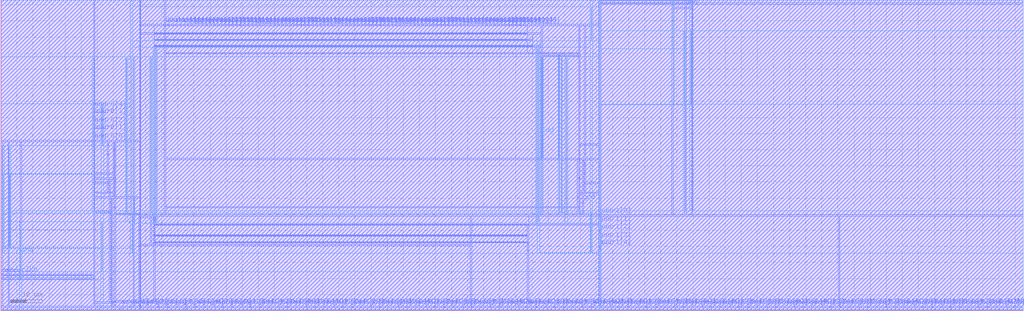
<source format=lef>
VERSION 5.4 ;
NAMESCASESENSITIVE ON ;
BUSBITCHARS "[]" ;
DIVIDERCHAR "/" ;
UNITS
  DATABASE MICRONS 2000 ;
END UNITS
MACRO freepdk45_sram_1w1r_32x96_32
   CLASS BLOCK ;
   SIZE 317.615 BY 96.585 ;
   SYMMETRY X Y R90 ;
   PIN din0[0]
      DIRECTION INPUT ;
      PORT
         LAYER metal3 ;
         RECT  43.27 1.105 43.405 1.24 ;
      END
   END din0[0]
   PIN din0[1]
      DIRECTION INPUT ;
      PORT
         LAYER metal3 ;
         RECT  46.13 1.105 46.265 1.24 ;
      END
   END din0[1]
   PIN din0[2]
      DIRECTION INPUT ;
      PORT
         LAYER metal3 ;
         RECT  48.99 1.105 49.125 1.24 ;
      END
   END din0[2]
   PIN din0[3]
      DIRECTION INPUT ;
      PORT
         LAYER metal3 ;
         RECT  51.85 1.105 51.985 1.24 ;
      END
   END din0[3]
   PIN din0[4]
      DIRECTION INPUT ;
      PORT
         LAYER metal3 ;
         RECT  54.71 1.105 54.845 1.24 ;
      END
   END din0[4]
   PIN din0[5]
      DIRECTION INPUT ;
      PORT
         LAYER metal3 ;
         RECT  57.57 1.105 57.705 1.24 ;
      END
   END din0[5]
   PIN din0[6]
      DIRECTION INPUT ;
      PORT
         LAYER metal3 ;
         RECT  60.43 1.105 60.565 1.24 ;
      END
   END din0[6]
   PIN din0[7]
      DIRECTION INPUT ;
      PORT
         LAYER metal3 ;
         RECT  63.29 1.105 63.425 1.24 ;
      END
   END din0[7]
   PIN din0[8]
      DIRECTION INPUT ;
      PORT
         LAYER metal3 ;
         RECT  66.15 1.105 66.285 1.24 ;
      END
   END din0[8]
   PIN din0[9]
      DIRECTION INPUT ;
      PORT
         LAYER metal3 ;
         RECT  69.01 1.105 69.145 1.24 ;
      END
   END din0[9]
   PIN din0[10]
      DIRECTION INPUT ;
      PORT
         LAYER metal3 ;
         RECT  71.87 1.105 72.005 1.24 ;
      END
   END din0[10]
   PIN din0[11]
      DIRECTION INPUT ;
      PORT
         LAYER metal3 ;
         RECT  74.73 1.105 74.865 1.24 ;
      END
   END din0[11]
   PIN din0[12]
      DIRECTION INPUT ;
      PORT
         LAYER metal3 ;
         RECT  77.59 1.105 77.725 1.24 ;
      END
   END din0[12]
   PIN din0[13]
      DIRECTION INPUT ;
      PORT
         LAYER metal3 ;
         RECT  80.45 1.105 80.585 1.24 ;
      END
   END din0[13]
   PIN din0[14]
      DIRECTION INPUT ;
      PORT
         LAYER metal3 ;
         RECT  83.31 1.105 83.445 1.24 ;
      END
   END din0[14]
   PIN din0[15]
      DIRECTION INPUT ;
      PORT
         LAYER metal3 ;
         RECT  86.17 1.105 86.305 1.24 ;
      END
   END din0[15]
   PIN din0[16]
      DIRECTION INPUT ;
      PORT
         LAYER metal3 ;
         RECT  89.03 1.105 89.165 1.24 ;
      END
   END din0[16]
   PIN din0[17]
      DIRECTION INPUT ;
      PORT
         LAYER metal3 ;
         RECT  91.89 1.105 92.025 1.24 ;
      END
   END din0[17]
   PIN din0[18]
      DIRECTION INPUT ;
      PORT
         LAYER metal3 ;
         RECT  94.75 1.105 94.885 1.24 ;
      END
   END din0[18]
   PIN din0[19]
      DIRECTION INPUT ;
      PORT
         LAYER metal3 ;
         RECT  97.61 1.105 97.745 1.24 ;
      END
   END din0[19]
   PIN din0[20]
      DIRECTION INPUT ;
      PORT
         LAYER metal3 ;
         RECT  100.47 1.105 100.605 1.24 ;
      END
   END din0[20]
   PIN din0[21]
      DIRECTION INPUT ;
      PORT
         LAYER metal3 ;
         RECT  103.33 1.105 103.465 1.24 ;
      END
   END din0[21]
   PIN din0[22]
      DIRECTION INPUT ;
      PORT
         LAYER metal3 ;
         RECT  106.19 1.105 106.325 1.24 ;
      END
   END din0[22]
   PIN din0[23]
      DIRECTION INPUT ;
      PORT
         LAYER metal3 ;
         RECT  109.05 1.105 109.185 1.24 ;
      END
   END din0[23]
   PIN din0[24]
      DIRECTION INPUT ;
      PORT
         LAYER metal3 ;
         RECT  111.91 1.105 112.045 1.24 ;
      END
   END din0[24]
   PIN din0[25]
      DIRECTION INPUT ;
      PORT
         LAYER metal3 ;
         RECT  114.77 1.105 114.905 1.24 ;
      END
   END din0[25]
   PIN din0[26]
      DIRECTION INPUT ;
      PORT
         LAYER metal3 ;
         RECT  117.63 1.105 117.765 1.24 ;
      END
   END din0[26]
   PIN din0[27]
      DIRECTION INPUT ;
      PORT
         LAYER metal3 ;
         RECT  120.49 1.105 120.625 1.24 ;
      END
   END din0[27]
   PIN din0[28]
      DIRECTION INPUT ;
      PORT
         LAYER metal3 ;
         RECT  123.35 1.105 123.485 1.24 ;
      END
   END din0[28]
   PIN din0[29]
      DIRECTION INPUT ;
      PORT
         LAYER metal3 ;
         RECT  126.21 1.105 126.345 1.24 ;
      END
   END din0[29]
   PIN din0[30]
      DIRECTION INPUT ;
      PORT
         LAYER metal3 ;
         RECT  129.07 1.105 129.205 1.24 ;
      END
   END din0[30]
   PIN din0[31]
      DIRECTION INPUT ;
      PORT
         LAYER metal3 ;
         RECT  131.93 1.105 132.065 1.24 ;
      END
   END din0[31]
   PIN din0[32]
      DIRECTION INPUT ;
      PORT
         LAYER metal3 ;
         RECT  134.79 1.105 134.925 1.24 ;
      END
   END din0[32]
   PIN din0[33]
      DIRECTION INPUT ;
      PORT
         LAYER metal3 ;
         RECT  137.65 1.105 137.785 1.24 ;
      END
   END din0[33]
   PIN din0[34]
      DIRECTION INPUT ;
      PORT
         LAYER metal3 ;
         RECT  140.51 1.105 140.645 1.24 ;
      END
   END din0[34]
   PIN din0[35]
      DIRECTION INPUT ;
      PORT
         LAYER metal3 ;
         RECT  143.37 1.105 143.505 1.24 ;
      END
   END din0[35]
   PIN din0[36]
      DIRECTION INPUT ;
      PORT
         LAYER metal3 ;
         RECT  146.23 1.105 146.365 1.24 ;
      END
   END din0[36]
   PIN din0[37]
      DIRECTION INPUT ;
      PORT
         LAYER metal3 ;
         RECT  149.09 1.105 149.225 1.24 ;
      END
   END din0[37]
   PIN din0[38]
      DIRECTION INPUT ;
      PORT
         LAYER metal3 ;
         RECT  151.95 1.105 152.085 1.24 ;
      END
   END din0[38]
   PIN din0[39]
      DIRECTION INPUT ;
      PORT
         LAYER metal3 ;
         RECT  154.81 1.105 154.945 1.24 ;
      END
   END din0[39]
   PIN din0[40]
      DIRECTION INPUT ;
      PORT
         LAYER metal3 ;
         RECT  157.67 1.105 157.805 1.24 ;
      END
   END din0[40]
   PIN din0[41]
      DIRECTION INPUT ;
      PORT
         LAYER metal3 ;
         RECT  160.53 1.105 160.665 1.24 ;
      END
   END din0[41]
   PIN din0[42]
      DIRECTION INPUT ;
      PORT
         LAYER metal3 ;
         RECT  163.39 1.105 163.525 1.24 ;
      END
   END din0[42]
   PIN din0[43]
      DIRECTION INPUT ;
      PORT
         LAYER metal3 ;
         RECT  166.25 1.105 166.385 1.24 ;
      END
   END din0[43]
   PIN din0[44]
      DIRECTION INPUT ;
      PORT
         LAYER metal3 ;
         RECT  169.11 1.105 169.245 1.24 ;
      END
   END din0[44]
   PIN din0[45]
      DIRECTION INPUT ;
      PORT
         LAYER metal3 ;
         RECT  171.97 1.105 172.105 1.24 ;
      END
   END din0[45]
   PIN din0[46]
      DIRECTION INPUT ;
      PORT
         LAYER metal3 ;
         RECT  174.83 1.105 174.965 1.24 ;
      END
   END din0[46]
   PIN din0[47]
      DIRECTION INPUT ;
      PORT
         LAYER metal3 ;
         RECT  177.69 1.105 177.825 1.24 ;
      END
   END din0[47]
   PIN din0[48]
      DIRECTION INPUT ;
      PORT
         LAYER metal3 ;
         RECT  180.55 1.105 180.685 1.24 ;
      END
   END din0[48]
   PIN din0[49]
      DIRECTION INPUT ;
      PORT
         LAYER metal3 ;
         RECT  183.41 1.105 183.545 1.24 ;
      END
   END din0[49]
   PIN din0[50]
      DIRECTION INPUT ;
      PORT
         LAYER metal3 ;
         RECT  186.27 1.105 186.405 1.24 ;
      END
   END din0[50]
   PIN din0[51]
      DIRECTION INPUT ;
      PORT
         LAYER metal3 ;
         RECT  189.13 1.105 189.265 1.24 ;
      END
   END din0[51]
   PIN din0[52]
      DIRECTION INPUT ;
      PORT
         LAYER metal3 ;
         RECT  191.99 1.105 192.125 1.24 ;
      END
   END din0[52]
   PIN din0[53]
      DIRECTION INPUT ;
      PORT
         LAYER metal3 ;
         RECT  194.85 1.105 194.985 1.24 ;
      END
   END din0[53]
   PIN din0[54]
      DIRECTION INPUT ;
      PORT
         LAYER metal3 ;
         RECT  197.71 1.105 197.845 1.24 ;
      END
   END din0[54]
   PIN din0[55]
      DIRECTION INPUT ;
      PORT
         LAYER metal3 ;
         RECT  200.57 1.105 200.705 1.24 ;
      END
   END din0[55]
   PIN din0[56]
      DIRECTION INPUT ;
      PORT
         LAYER metal3 ;
         RECT  203.43 1.105 203.565 1.24 ;
      END
   END din0[56]
   PIN din0[57]
      DIRECTION INPUT ;
      PORT
         LAYER metal3 ;
         RECT  206.29 1.105 206.425 1.24 ;
      END
   END din0[57]
   PIN din0[58]
      DIRECTION INPUT ;
      PORT
         LAYER metal3 ;
         RECT  209.15 1.105 209.285 1.24 ;
      END
   END din0[58]
   PIN din0[59]
      DIRECTION INPUT ;
      PORT
         LAYER metal3 ;
         RECT  212.01 1.105 212.145 1.24 ;
      END
   END din0[59]
   PIN din0[60]
      DIRECTION INPUT ;
      PORT
         LAYER metal3 ;
         RECT  214.87 1.105 215.005 1.24 ;
      END
   END din0[60]
   PIN din0[61]
      DIRECTION INPUT ;
      PORT
         LAYER metal3 ;
         RECT  217.73 1.105 217.865 1.24 ;
      END
   END din0[61]
   PIN din0[62]
      DIRECTION INPUT ;
      PORT
         LAYER metal3 ;
         RECT  220.59 1.105 220.725 1.24 ;
      END
   END din0[62]
   PIN din0[63]
      DIRECTION INPUT ;
      PORT
         LAYER metal3 ;
         RECT  223.45 1.105 223.585 1.24 ;
      END
   END din0[63]
   PIN din0[64]
      DIRECTION INPUT ;
      PORT
         LAYER metal3 ;
         RECT  226.31 1.105 226.445 1.24 ;
      END
   END din0[64]
   PIN din0[65]
      DIRECTION INPUT ;
      PORT
         LAYER metal3 ;
         RECT  229.17 1.105 229.305 1.24 ;
      END
   END din0[65]
   PIN din0[66]
      DIRECTION INPUT ;
      PORT
         LAYER metal3 ;
         RECT  232.03 1.105 232.165 1.24 ;
      END
   END din0[66]
   PIN din0[67]
      DIRECTION INPUT ;
      PORT
         LAYER metal3 ;
         RECT  234.89 1.105 235.025 1.24 ;
      END
   END din0[67]
   PIN din0[68]
      DIRECTION INPUT ;
      PORT
         LAYER metal3 ;
         RECT  237.75 1.105 237.885 1.24 ;
      END
   END din0[68]
   PIN din0[69]
      DIRECTION INPUT ;
      PORT
         LAYER metal3 ;
         RECT  240.61 1.105 240.745 1.24 ;
      END
   END din0[69]
   PIN din0[70]
      DIRECTION INPUT ;
      PORT
         LAYER metal3 ;
         RECT  243.47 1.105 243.605 1.24 ;
      END
   END din0[70]
   PIN din0[71]
      DIRECTION INPUT ;
      PORT
         LAYER metal3 ;
         RECT  246.33 1.105 246.465 1.24 ;
      END
   END din0[71]
   PIN din0[72]
      DIRECTION INPUT ;
      PORT
         LAYER metal3 ;
         RECT  249.19 1.105 249.325 1.24 ;
      END
   END din0[72]
   PIN din0[73]
      DIRECTION INPUT ;
      PORT
         LAYER metal3 ;
         RECT  252.05 1.105 252.185 1.24 ;
      END
   END din0[73]
   PIN din0[74]
      DIRECTION INPUT ;
      PORT
         LAYER metal3 ;
         RECT  254.91 1.105 255.045 1.24 ;
      END
   END din0[74]
   PIN din0[75]
      DIRECTION INPUT ;
      PORT
         LAYER metal3 ;
         RECT  257.77 1.105 257.905 1.24 ;
      END
   END din0[75]
   PIN din0[76]
      DIRECTION INPUT ;
      PORT
         LAYER metal3 ;
         RECT  260.63 1.105 260.765 1.24 ;
      END
   END din0[76]
   PIN din0[77]
      DIRECTION INPUT ;
      PORT
         LAYER metal3 ;
         RECT  263.49 1.105 263.625 1.24 ;
      END
   END din0[77]
   PIN din0[78]
      DIRECTION INPUT ;
      PORT
         LAYER metal3 ;
         RECT  266.35 1.105 266.485 1.24 ;
      END
   END din0[78]
   PIN din0[79]
      DIRECTION INPUT ;
      PORT
         LAYER metal3 ;
         RECT  269.21 1.105 269.345 1.24 ;
      END
   END din0[79]
   PIN din0[80]
      DIRECTION INPUT ;
      PORT
         LAYER metal3 ;
         RECT  272.07 1.105 272.205 1.24 ;
      END
   END din0[80]
   PIN din0[81]
      DIRECTION INPUT ;
      PORT
         LAYER metal3 ;
         RECT  274.93 1.105 275.065 1.24 ;
      END
   END din0[81]
   PIN din0[82]
      DIRECTION INPUT ;
      PORT
         LAYER metal3 ;
         RECT  277.79 1.105 277.925 1.24 ;
      END
   END din0[82]
   PIN din0[83]
      DIRECTION INPUT ;
      PORT
         LAYER metal3 ;
         RECT  280.65 1.105 280.785 1.24 ;
      END
   END din0[83]
   PIN din0[84]
      DIRECTION INPUT ;
      PORT
         LAYER metal3 ;
         RECT  283.51 1.105 283.645 1.24 ;
      END
   END din0[84]
   PIN din0[85]
      DIRECTION INPUT ;
      PORT
         LAYER metal3 ;
         RECT  286.37 1.105 286.505 1.24 ;
      END
   END din0[85]
   PIN din0[86]
      DIRECTION INPUT ;
      PORT
         LAYER metal3 ;
         RECT  289.23 1.105 289.365 1.24 ;
      END
   END din0[86]
   PIN din0[87]
      DIRECTION INPUT ;
      PORT
         LAYER metal3 ;
         RECT  292.09 1.105 292.225 1.24 ;
      END
   END din0[87]
   PIN din0[88]
      DIRECTION INPUT ;
      PORT
         LAYER metal3 ;
         RECT  294.95 1.105 295.085 1.24 ;
      END
   END din0[88]
   PIN din0[89]
      DIRECTION INPUT ;
      PORT
         LAYER metal3 ;
         RECT  297.81 1.105 297.945 1.24 ;
      END
   END din0[89]
   PIN din0[90]
      DIRECTION INPUT ;
      PORT
         LAYER metal3 ;
         RECT  300.67 1.105 300.805 1.24 ;
      END
   END din0[90]
   PIN din0[91]
      DIRECTION INPUT ;
      PORT
         LAYER metal3 ;
         RECT  303.53 1.105 303.665 1.24 ;
      END
   END din0[91]
   PIN din0[92]
      DIRECTION INPUT ;
      PORT
         LAYER metal3 ;
         RECT  306.39 1.105 306.525 1.24 ;
      END
   END din0[92]
   PIN din0[93]
      DIRECTION INPUT ;
      PORT
         LAYER metal3 ;
         RECT  309.25 1.105 309.385 1.24 ;
      END
   END din0[93]
   PIN din0[94]
      DIRECTION INPUT ;
      PORT
         LAYER metal3 ;
         RECT  312.11 1.105 312.245 1.24 ;
      END
   END din0[94]
   PIN din0[95]
      DIRECTION INPUT ;
      PORT
         LAYER metal3 ;
         RECT  314.97 1.105 315.105 1.24 ;
      END
   END din0[95]
   PIN addr0[0]
      DIRECTION INPUT ;
      PORT
         LAYER metal3 ;
         RECT  28.97 52.6225 29.105 52.7575 ;
      END
   END addr0[0]
   PIN addr0[1]
      DIRECTION INPUT ;
      PORT
         LAYER metal3 ;
         RECT  28.97 55.3525 29.105 55.4875 ;
      END
   END addr0[1]
   PIN addr0[2]
      DIRECTION INPUT ;
      PORT
         LAYER metal3 ;
         RECT  28.97 57.5625 29.105 57.6975 ;
      END
   END addr0[2]
   PIN addr0[3]
      DIRECTION INPUT ;
      PORT
         LAYER metal3 ;
         RECT  28.97 60.2925 29.105 60.4275 ;
      END
   END addr0[3]
   PIN addr0[4]
      DIRECTION INPUT ;
      PORT
         LAYER metal3 ;
         RECT  28.97 62.5025 29.105 62.6375 ;
      END
   END addr0[4]
   PIN addr1[0]
      DIRECTION INPUT ;
      PORT
         LAYER metal3 ;
         RECT  185.86 29.4825 185.995 29.6175 ;
      END
   END addr1[0]
   PIN addr1[1]
      DIRECTION INPUT ;
      PORT
         LAYER metal3 ;
         RECT  185.86 26.7525 185.995 26.8875 ;
      END
   END addr1[1]
   PIN addr1[2]
      DIRECTION INPUT ;
      PORT
         LAYER metal3 ;
         RECT  185.86 24.5425 185.995 24.6775 ;
      END
   END addr1[2]
   PIN addr1[3]
      DIRECTION INPUT ;
      PORT
         LAYER metal3 ;
         RECT  185.86 21.8125 185.995 21.9475 ;
      END
   END addr1[3]
   PIN addr1[4]
      DIRECTION INPUT ;
      PORT
         LAYER metal3 ;
         RECT  185.86 19.6025 185.995 19.7375 ;
      END
   END addr1[4]
   PIN csb0
      DIRECTION INPUT ;
      PORT
         LAYER metal3 ;
         RECT  0.285 11.0225 0.42 11.1575 ;
      END
   END csb0
   PIN csb1
      DIRECTION INPUT ;
      PORT
         LAYER metal3 ;
         RECT  214.685 95.3425 214.82 95.4775 ;
      END
   END csb1
   PIN clk0
      DIRECTION INPUT ;
      PORT
         LAYER metal3 ;
         RECT  6.2475 11.1075 6.3825 11.2425 ;
      END
   END clk0
   PIN clk1
      DIRECTION INPUT ;
      PORT
         LAYER metal3 ;
         RECT  208.5825 95.2575 208.7175 95.3925 ;
      END
   END clk1
   PIN wmask0[0]
      DIRECTION INPUT ;
      PORT
         LAYER metal3 ;
         RECT  34.69 1.105 34.825 1.24 ;
      END
   END wmask0[0]
   PIN wmask0[1]
      DIRECTION INPUT ;
      PORT
         LAYER metal3 ;
         RECT  37.55 1.105 37.685 1.24 ;
      END
   END wmask0[1]
   PIN wmask0[2]
      DIRECTION INPUT ;
      PORT
         LAYER metal3 ;
         RECT  40.41 1.105 40.545 1.24 ;
      END
   END wmask0[2]
   PIN dout1[0]
      DIRECTION OUTPUT ;
      PORT
         LAYER metal3 ;
         RECT  50.9525 88.6325 51.0875 88.7675 ;
      END
   END dout1[0]
   PIN dout1[1]
      DIRECTION OUTPUT ;
      PORT
         LAYER metal3 ;
         RECT  52.1275 88.6325 52.2625 88.7675 ;
      END
   END dout1[1]
   PIN dout1[2]
      DIRECTION OUTPUT ;
      PORT
         LAYER metal3 ;
         RECT  53.3025 88.6325 53.4375 88.7675 ;
      END
   END dout1[2]
   PIN dout1[3]
      DIRECTION OUTPUT ;
      PORT
         LAYER metal3 ;
         RECT  54.4775 88.6325 54.6125 88.7675 ;
      END
   END dout1[3]
   PIN dout1[4]
      DIRECTION OUTPUT ;
      PORT
         LAYER metal3 ;
         RECT  55.6525 88.6325 55.7875 88.7675 ;
      END
   END dout1[4]
   PIN dout1[5]
      DIRECTION OUTPUT ;
      PORT
         LAYER metal3 ;
         RECT  56.8275 88.6325 56.9625 88.7675 ;
      END
   END dout1[5]
   PIN dout1[6]
      DIRECTION OUTPUT ;
      PORT
         LAYER metal3 ;
         RECT  58.0025 88.6325 58.1375 88.7675 ;
      END
   END dout1[6]
   PIN dout1[7]
      DIRECTION OUTPUT ;
      PORT
         LAYER metal3 ;
         RECT  59.1775 88.6325 59.3125 88.7675 ;
      END
   END dout1[7]
   PIN dout1[8]
      DIRECTION OUTPUT ;
      PORT
         LAYER metal3 ;
         RECT  60.3525 88.6325 60.4875 88.7675 ;
      END
   END dout1[8]
   PIN dout1[9]
      DIRECTION OUTPUT ;
      PORT
         LAYER metal3 ;
         RECT  61.5275 88.6325 61.6625 88.7675 ;
      END
   END dout1[9]
   PIN dout1[10]
      DIRECTION OUTPUT ;
      PORT
         LAYER metal3 ;
         RECT  62.7025 88.6325 62.8375 88.7675 ;
      END
   END dout1[10]
   PIN dout1[11]
      DIRECTION OUTPUT ;
      PORT
         LAYER metal3 ;
         RECT  63.8775 88.6325 64.0125 88.7675 ;
      END
   END dout1[11]
   PIN dout1[12]
      DIRECTION OUTPUT ;
      PORT
         LAYER metal3 ;
         RECT  65.0525 88.6325 65.1875 88.7675 ;
      END
   END dout1[12]
   PIN dout1[13]
      DIRECTION OUTPUT ;
      PORT
         LAYER metal3 ;
         RECT  66.2275 88.6325 66.3625 88.7675 ;
      END
   END dout1[13]
   PIN dout1[14]
      DIRECTION OUTPUT ;
      PORT
         LAYER metal3 ;
         RECT  67.4025 88.6325 67.5375 88.7675 ;
      END
   END dout1[14]
   PIN dout1[15]
      DIRECTION OUTPUT ;
      PORT
         LAYER metal3 ;
         RECT  68.5775 88.6325 68.7125 88.7675 ;
      END
   END dout1[15]
   PIN dout1[16]
      DIRECTION OUTPUT ;
      PORT
         LAYER metal3 ;
         RECT  69.7525 88.6325 69.8875 88.7675 ;
      END
   END dout1[16]
   PIN dout1[17]
      DIRECTION OUTPUT ;
      PORT
         LAYER metal3 ;
         RECT  70.9275 88.6325 71.0625 88.7675 ;
      END
   END dout1[17]
   PIN dout1[18]
      DIRECTION OUTPUT ;
      PORT
         LAYER metal3 ;
         RECT  72.1025 88.6325 72.2375 88.7675 ;
      END
   END dout1[18]
   PIN dout1[19]
      DIRECTION OUTPUT ;
      PORT
         LAYER metal3 ;
         RECT  73.2775 88.6325 73.4125 88.7675 ;
      END
   END dout1[19]
   PIN dout1[20]
      DIRECTION OUTPUT ;
      PORT
         LAYER metal3 ;
         RECT  74.4525 88.6325 74.5875 88.7675 ;
      END
   END dout1[20]
   PIN dout1[21]
      DIRECTION OUTPUT ;
      PORT
         LAYER metal3 ;
         RECT  75.6275 88.6325 75.7625 88.7675 ;
      END
   END dout1[21]
   PIN dout1[22]
      DIRECTION OUTPUT ;
      PORT
         LAYER metal3 ;
         RECT  76.8025 88.6325 76.9375 88.7675 ;
      END
   END dout1[22]
   PIN dout1[23]
      DIRECTION OUTPUT ;
      PORT
         LAYER metal3 ;
         RECT  77.9775 88.6325 78.1125 88.7675 ;
      END
   END dout1[23]
   PIN dout1[24]
      DIRECTION OUTPUT ;
      PORT
         LAYER metal3 ;
         RECT  79.1525 88.6325 79.2875 88.7675 ;
      END
   END dout1[24]
   PIN dout1[25]
      DIRECTION OUTPUT ;
      PORT
         LAYER metal3 ;
         RECT  80.3275 88.6325 80.4625 88.7675 ;
      END
   END dout1[25]
   PIN dout1[26]
      DIRECTION OUTPUT ;
      PORT
         LAYER metal3 ;
         RECT  81.5025 88.6325 81.6375 88.7675 ;
      END
   END dout1[26]
   PIN dout1[27]
      DIRECTION OUTPUT ;
      PORT
         LAYER metal3 ;
         RECT  82.6775 88.6325 82.8125 88.7675 ;
      END
   END dout1[27]
   PIN dout1[28]
      DIRECTION OUTPUT ;
      PORT
         LAYER metal3 ;
         RECT  83.8525 88.6325 83.9875 88.7675 ;
      END
   END dout1[28]
   PIN dout1[29]
      DIRECTION OUTPUT ;
      PORT
         LAYER metal3 ;
         RECT  85.0275 88.6325 85.1625 88.7675 ;
      END
   END dout1[29]
   PIN dout1[30]
      DIRECTION OUTPUT ;
      PORT
         LAYER metal3 ;
         RECT  86.2025 88.6325 86.3375 88.7675 ;
      END
   END dout1[30]
   PIN dout1[31]
      DIRECTION OUTPUT ;
      PORT
         LAYER metal3 ;
         RECT  87.3775 88.6325 87.5125 88.7675 ;
      END
   END dout1[31]
   PIN dout1[32]
      DIRECTION OUTPUT ;
      PORT
         LAYER metal3 ;
         RECT  88.5525 88.6325 88.6875 88.7675 ;
      END
   END dout1[32]
   PIN dout1[33]
      DIRECTION OUTPUT ;
      PORT
         LAYER metal3 ;
         RECT  89.7275 88.6325 89.8625 88.7675 ;
      END
   END dout1[33]
   PIN dout1[34]
      DIRECTION OUTPUT ;
      PORT
         LAYER metal3 ;
         RECT  90.9025 88.6325 91.0375 88.7675 ;
      END
   END dout1[34]
   PIN dout1[35]
      DIRECTION OUTPUT ;
      PORT
         LAYER metal3 ;
         RECT  92.0775 88.6325 92.2125 88.7675 ;
      END
   END dout1[35]
   PIN dout1[36]
      DIRECTION OUTPUT ;
      PORT
         LAYER metal3 ;
         RECT  93.2525 88.6325 93.3875 88.7675 ;
      END
   END dout1[36]
   PIN dout1[37]
      DIRECTION OUTPUT ;
      PORT
         LAYER metal3 ;
         RECT  94.4275 88.6325 94.5625 88.7675 ;
      END
   END dout1[37]
   PIN dout1[38]
      DIRECTION OUTPUT ;
      PORT
         LAYER metal3 ;
         RECT  95.6025 88.6325 95.7375 88.7675 ;
      END
   END dout1[38]
   PIN dout1[39]
      DIRECTION OUTPUT ;
      PORT
         LAYER metal3 ;
         RECT  96.7775 88.6325 96.9125 88.7675 ;
      END
   END dout1[39]
   PIN dout1[40]
      DIRECTION OUTPUT ;
      PORT
         LAYER metal3 ;
         RECT  97.9525 88.6325 98.0875 88.7675 ;
      END
   END dout1[40]
   PIN dout1[41]
      DIRECTION OUTPUT ;
      PORT
         LAYER metal3 ;
         RECT  99.1275 88.6325 99.2625 88.7675 ;
      END
   END dout1[41]
   PIN dout1[42]
      DIRECTION OUTPUT ;
      PORT
         LAYER metal3 ;
         RECT  100.3025 88.6325 100.4375 88.7675 ;
      END
   END dout1[42]
   PIN dout1[43]
      DIRECTION OUTPUT ;
      PORT
         LAYER metal3 ;
         RECT  101.4775 88.6325 101.6125 88.7675 ;
      END
   END dout1[43]
   PIN dout1[44]
      DIRECTION OUTPUT ;
      PORT
         LAYER metal3 ;
         RECT  102.6525 88.6325 102.7875 88.7675 ;
      END
   END dout1[44]
   PIN dout1[45]
      DIRECTION OUTPUT ;
      PORT
         LAYER metal3 ;
         RECT  103.8275 88.6325 103.9625 88.7675 ;
      END
   END dout1[45]
   PIN dout1[46]
      DIRECTION OUTPUT ;
      PORT
         LAYER metal3 ;
         RECT  105.0025 88.6325 105.1375 88.7675 ;
      END
   END dout1[46]
   PIN dout1[47]
      DIRECTION OUTPUT ;
      PORT
         LAYER metal3 ;
         RECT  106.1775 88.6325 106.3125 88.7675 ;
      END
   END dout1[47]
   PIN dout1[48]
      DIRECTION OUTPUT ;
      PORT
         LAYER metal3 ;
         RECT  107.3525 88.6325 107.4875 88.7675 ;
      END
   END dout1[48]
   PIN dout1[49]
      DIRECTION OUTPUT ;
      PORT
         LAYER metal3 ;
         RECT  108.5275 88.6325 108.6625 88.7675 ;
      END
   END dout1[49]
   PIN dout1[50]
      DIRECTION OUTPUT ;
      PORT
         LAYER metal3 ;
         RECT  109.7025 88.6325 109.8375 88.7675 ;
      END
   END dout1[50]
   PIN dout1[51]
      DIRECTION OUTPUT ;
      PORT
         LAYER metal3 ;
         RECT  110.8775 88.6325 111.0125 88.7675 ;
      END
   END dout1[51]
   PIN dout1[52]
      DIRECTION OUTPUT ;
      PORT
         LAYER metal3 ;
         RECT  112.0525 88.6325 112.1875 88.7675 ;
      END
   END dout1[52]
   PIN dout1[53]
      DIRECTION OUTPUT ;
      PORT
         LAYER metal3 ;
         RECT  113.2275 88.6325 113.3625 88.7675 ;
      END
   END dout1[53]
   PIN dout1[54]
      DIRECTION OUTPUT ;
      PORT
         LAYER metal3 ;
         RECT  114.4025 88.6325 114.5375 88.7675 ;
      END
   END dout1[54]
   PIN dout1[55]
      DIRECTION OUTPUT ;
      PORT
         LAYER metal3 ;
         RECT  115.5775 88.6325 115.7125 88.7675 ;
      END
   END dout1[55]
   PIN dout1[56]
      DIRECTION OUTPUT ;
      PORT
         LAYER metal3 ;
         RECT  116.7525 88.6325 116.8875 88.7675 ;
      END
   END dout1[56]
   PIN dout1[57]
      DIRECTION OUTPUT ;
      PORT
         LAYER metal3 ;
         RECT  117.9275 88.6325 118.0625 88.7675 ;
      END
   END dout1[57]
   PIN dout1[58]
      DIRECTION OUTPUT ;
      PORT
         LAYER metal3 ;
         RECT  119.1025 88.6325 119.2375 88.7675 ;
      END
   END dout1[58]
   PIN dout1[59]
      DIRECTION OUTPUT ;
      PORT
         LAYER metal3 ;
         RECT  120.2775 88.6325 120.4125 88.7675 ;
      END
   END dout1[59]
   PIN dout1[60]
      DIRECTION OUTPUT ;
      PORT
         LAYER metal3 ;
         RECT  121.4525 88.6325 121.5875 88.7675 ;
      END
   END dout1[60]
   PIN dout1[61]
      DIRECTION OUTPUT ;
      PORT
         LAYER metal3 ;
         RECT  122.6275 88.6325 122.7625 88.7675 ;
      END
   END dout1[61]
   PIN dout1[62]
      DIRECTION OUTPUT ;
      PORT
         LAYER metal3 ;
         RECT  123.8025 88.6325 123.9375 88.7675 ;
      END
   END dout1[62]
   PIN dout1[63]
      DIRECTION OUTPUT ;
      PORT
         LAYER metal3 ;
         RECT  124.9775 88.6325 125.1125 88.7675 ;
      END
   END dout1[63]
   PIN dout1[64]
      DIRECTION OUTPUT ;
      PORT
         LAYER metal3 ;
         RECT  126.1525 88.6325 126.2875 88.7675 ;
      END
   END dout1[64]
   PIN dout1[65]
      DIRECTION OUTPUT ;
      PORT
         LAYER metal3 ;
         RECT  127.3275 88.6325 127.4625 88.7675 ;
      END
   END dout1[65]
   PIN dout1[66]
      DIRECTION OUTPUT ;
      PORT
         LAYER metal3 ;
         RECT  128.5025 88.6325 128.6375 88.7675 ;
      END
   END dout1[66]
   PIN dout1[67]
      DIRECTION OUTPUT ;
      PORT
         LAYER metal3 ;
         RECT  129.6775 88.6325 129.8125 88.7675 ;
      END
   END dout1[67]
   PIN dout1[68]
      DIRECTION OUTPUT ;
      PORT
         LAYER metal3 ;
         RECT  130.8525 88.6325 130.9875 88.7675 ;
      END
   END dout1[68]
   PIN dout1[69]
      DIRECTION OUTPUT ;
      PORT
         LAYER metal3 ;
         RECT  132.0275 88.6325 132.1625 88.7675 ;
      END
   END dout1[69]
   PIN dout1[70]
      DIRECTION OUTPUT ;
      PORT
         LAYER metal3 ;
         RECT  133.2025 88.6325 133.3375 88.7675 ;
      END
   END dout1[70]
   PIN dout1[71]
      DIRECTION OUTPUT ;
      PORT
         LAYER metal3 ;
         RECT  134.3775 88.6325 134.5125 88.7675 ;
      END
   END dout1[71]
   PIN dout1[72]
      DIRECTION OUTPUT ;
      PORT
         LAYER metal3 ;
         RECT  135.5525 88.6325 135.6875 88.7675 ;
      END
   END dout1[72]
   PIN dout1[73]
      DIRECTION OUTPUT ;
      PORT
         LAYER metal3 ;
         RECT  136.7275 88.6325 136.8625 88.7675 ;
      END
   END dout1[73]
   PIN dout1[74]
      DIRECTION OUTPUT ;
      PORT
         LAYER metal3 ;
         RECT  137.9025 88.6325 138.0375 88.7675 ;
      END
   END dout1[74]
   PIN dout1[75]
      DIRECTION OUTPUT ;
      PORT
         LAYER metal3 ;
         RECT  139.0775 88.6325 139.2125 88.7675 ;
      END
   END dout1[75]
   PIN dout1[76]
      DIRECTION OUTPUT ;
      PORT
         LAYER metal3 ;
         RECT  140.2525 88.6325 140.3875 88.7675 ;
      END
   END dout1[76]
   PIN dout1[77]
      DIRECTION OUTPUT ;
      PORT
         LAYER metal3 ;
         RECT  141.4275 88.6325 141.5625 88.7675 ;
      END
   END dout1[77]
   PIN dout1[78]
      DIRECTION OUTPUT ;
      PORT
         LAYER metal3 ;
         RECT  142.6025 88.6325 142.7375 88.7675 ;
      END
   END dout1[78]
   PIN dout1[79]
      DIRECTION OUTPUT ;
      PORT
         LAYER metal3 ;
         RECT  143.7775 88.6325 143.9125 88.7675 ;
      END
   END dout1[79]
   PIN dout1[80]
      DIRECTION OUTPUT ;
      PORT
         LAYER metal3 ;
         RECT  144.9525 88.6325 145.0875 88.7675 ;
      END
   END dout1[80]
   PIN dout1[81]
      DIRECTION OUTPUT ;
      PORT
         LAYER metal3 ;
         RECT  146.1275 88.6325 146.2625 88.7675 ;
      END
   END dout1[81]
   PIN dout1[82]
      DIRECTION OUTPUT ;
      PORT
         LAYER metal3 ;
         RECT  147.3025 88.6325 147.4375 88.7675 ;
      END
   END dout1[82]
   PIN dout1[83]
      DIRECTION OUTPUT ;
      PORT
         LAYER metal3 ;
         RECT  148.4775 88.6325 148.6125 88.7675 ;
      END
   END dout1[83]
   PIN dout1[84]
      DIRECTION OUTPUT ;
      PORT
         LAYER metal3 ;
         RECT  149.6525 88.6325 149.7875 88.7675 ;
      END
   END dout1[84]
   PIN dout1[85]
      DIRECTION OUTPUT ;
      PORT
         LAYER metal3 ;
         RECT  150.8275 88.6325 150.9625 88.7675 ;
      END
   END dout1[85]
   PIN dout1[86]
      DIRECTION OUTPUT ;
      PORT
         LAYER metal3 ;
         RECT  152.0025 88.6325 152.1375 88.7675 ;
      END
   END dout1[86]
   PIN dout1[87]
      DIRECTION OUTPUT ;
      PORT
         LAYER metal3 ;
         RECT  153.1775 88.6325 153.3125 88.7675 ;
      END
   END dout1[87]
   PIN dout1[88]
      DIRECTION OUTPUT ;
      PORT
         LAYER metal3 ;
         RECT  154.3525 88.6325 154.4875 88.7675 ;
      END
   END dout1[88]
   PIN dout1[89]
      DIRECTION OUTPUT ;
      PORT
         LAYER metal3 ;
         RECT  155.5275 88.6325 155.6625 88.7675 ;
      END
   END dout1[89]
   PIN dout1[90]
      DIRECTION OUTPUT ;
      PORT
         LAYER metal3 ;
         RECT  156.7025 88.6325 156.8375 88.7675 ;
      END
   END dout1[90]
   PIN dout1[91]
      DIRECTION OUTPUT ;
      PORT
         LAYER metal3 ;
         RECT  157.8775 88.6325 158.0125 88.7675 ;
      END
   END dout1[91]
   PIN dout1[92]
      DIRECTION OUTPUT ;
      PORT
         LAYER metal3 ;
         RECT  159.0525 88.6325 159.1875 88.7675 ;
      END
   END dout1[92]
   PIN dout1[93]
      DIRECTION OUTPUT ;
      PORT
         LAYER metal3 ;
         RECT  160.2275 88.6325 160.3625 88.7675 ;
      END
   END dout1[93]
   PIN dout1[94]
      DIRECTION OUTPUT ;
      PORT
         LAYER metal3 ;
         RECT  161.4025 88.6325 161.5375 88.7675 ;
      END
   END dout1[94]
   PIN dout1[95]
      DIRECTION OUTPUT ;
      PORT
         LAYER metal3 ;
         RECT  162.5775 88.6325 162.7125 88.7675 ;
      END
   END dout1[95]
   PIN vdd
      DIRECTION INOUT ;
      USE POWER ; 
      SHAPE ABUTMENT ; 
      PORT
         LAYER metal4 ;
         RECT  186.14 18.17 186.28 30.725 ;
         LAYER metal3 ;
         RECT  145.9475 2.47 146.0825 2.605 ;
         LAYER metal3 ;
         RECT  179.5675 47.0325 179.7025 47.1675 ;
         LAYER metal3 ;
         RECT  65.8675 2.47 66.0025 2.605 ;
         LAYER metal3 ;
         RECT  260.3475 2.47 260.4825 2.605 ;
         LAYER metal3 ;
         RECT  47.6325 20.3175 47.7675 20.4525 ;
         LAYER metal4 ;
         RECT  40.62 30.585 40.76 78.635 ;
         LAYER metal4 ;
         RECT  183.42 84.095 183.56 94.115 ;
         LAYER metal3 ;
         RECT  54.4275 2.47 54.5625 2.605 ;
         LAYER metal3 ;
         RECT  180.2675 2.47 180.4025 2.605 ;
         LAYER metal3 ;
         RECT  35.4125 35.0725 35.5475 35.2075 ;
         LAYER metal3 ;
         RECT  157.3875 2.47 157.5225 2.605 ;
         LAYER metal3 ;
         RECT  203.1475 2.47 203.2825 2.605 ;
         LAYER metal3 ;
         RECT  179.2225 32.0825 179.3575 32.2175 ;
         LAYER metal3 ;
         RECT  100.1875 2.47 100.3225 2.605 ;
         LAYER metal3 ;
         RECT  179.5675 44.0425 179.7025 44.1775 ;
         LAYER metal3 ;
         RECT  179.5675 41.0525 179.7025 41.1875 ;
         LAYER metal3 ;
         RECT  134.5075 2.47 134.6425 2.605 ;
         LAYER metal3 ;
         RECT  248.9075 2.47 249.0425 2.605 ;
         LAYER metal3 ;
         RECT  41.24 29.88 41.375 30.015 ;
         LAYER metal4 ;
         RECT  166.93 27.415 167.07 81.485 ;
         LAYER metal3 ;
         RECT  35.0675 41.0525 35.2025 41.1875 ;
         LAYER metal3 ;
         RECT  168.0125 79.9225 168.1475 80.0575 ;
         LAYER metal3 ;
         RECT  47.7675 26.72 163.8525 26.79 ;
         LAYER metal3 ;
         RECT  168.8275 2.47 168.9625 2.605 ;
         LAYER metal3 ;
         RECT  179.5675 50.0225 179.7025 50.1575 ;
         LAYER metal3 ;
         RECT  35.0675 50.0225 35.2025 50.1575 ;
         LAYER metal3 ;
         RECT  214.5875 2.47 214.7225 2.605 ;
         LAYER metal3 ;
         RECT  88.7475 2.47 88.8825 2.605 ;
         LAYER metal3 ;
         RECT  191.7075 2.47 191.8425 2.605 ;
         LAYER metal4 ;
         RECT  46.62 30.585 46.76 78.565 ;
         LAYER metal3 ;
         RECT  35.4125 32.0825 35.5475 32.2175 ;
         LAYER metal3 ;
         RECT  47.7675 86.0775 163.3825 86.1475 ;
         LAYER metal3 ;
         RECT  173.395 79.135 173.53 79.27 ;
         LAYER metal3 ;
         RECT  47.7675 21.285 163.3825 21.355 ;
         LAYER metal3 ;
         RECT  111.6275 2.47 111.7625 2.605 ;
         LAYER metal3 ;
         RECT  306.1075 2.47 306.2425 2.605 ;
         LAYER metal3 ;
         RECT  163.7175 20.3175 163.8525 20.4525 ;
         LAYER metal4 ;
         RECT  28.685 51.515 28.825 64.07 ;
         LAYER metal3 ;
         RECT  179.2225 35.0725 179.3575 35.2075 ;
         LAYER metal3 ;
         RECT  123.0675 2.47 123.2025 2.605 ;
         LAYER metal3 ;
         RECT  271.7875 2.47 271.9225 2.605 ;
         LAYER metal3 ;
         RECT  42.9875 2.47 43.1225 2.605 ;
         LAYER metal3 ;
         RECT  47.7675 82.18 165.0275 82.25 ;
         LAYER metal3 ;
         RECT  35.0675 44.0425 35.2025 44.1775 ;
         LAYER metal4 ;
         RECT  174.01 30.585 174.15 78.635 ;
         LAYER metal3 ;
         RECT  46.6225 29.0925 46.7575 29.2275 ;
         LAYER metal4 ;
         RECT  0.6875 19.7625 0.8275 42.165 ;
         LAYER metal3 ;
         RECT  237.4675 2.47 237.6025 2.605 ;
         LAYER metal3 ;
         RECT  2.425 12.3875 2.56 12.5225 ;
         LAYER metal3 ;
         RECT  294.6675 2.47 294.8025 2.605 ;
         LAYER metal3 ;
         RECT  77.3075 2.47 77.4425 2.605 ;
         LAYER metal3 ;
         RECT  226.0275 2.47 226.1625 2.605 ;
         LAYER metal3 ;
         RECT  283.2275 2.47 283.3625 2.605 ;
         LAYER metal4 ;
         RECT  214.2775 64.335 214.4175 86.7375 ;
         LAYER metal3 ;
         RECT  34.4075 2.47 34.5425 2.605 ;
         LAYER metal4 ;
         RECT  31.405 12.385 31.545 27.345 ;
         LAYER metal4 ;
         RECT  47.7 27.415 47.84 81.485 ;
         LAYER metal3 ;
         RECT  35.0675 47.0325 35.2025 47.1675 ;
         LAYER metal4 ;
         RECT  168.01 30.585 168.15 78.565 ;
         LAYER metal3 ;
         RECT  212.545 93.9775 212.68 94.1125 ;
      END
   END vdd
   PIN gnd
      DIRECTION INOUT ;
      USE GROUND ; 
      SHAPE ABUTMENT ; 
      PORT
         LAYER metal3 ;
         RECT  47.6325 18.4975 47.7675 18.6325 ;
         LAYER metal3 ;
         RECT  57.2875 0.0 57.4225 0.135 ;
         LAYER metal3 ;
         RECT  212.545 96.4475 212.68 96.5825 ;
         LAYER metal3 ;
         RECT  181.375 51.5175 181.51 51.6525 ;
         LAYER metal3 ;
         RECT  240.3275 0.0 240.4625 0.135 ;
         LAYER metal3 ;
         RECT  33.885 30.5875 34.02 30.7225 ;
         LAYER metal3 ;
         RECT  228.8875 0.0 229.0225 0.135 ;
         LAYER metal3 ;
         RECT  180.75 36.5675 180.885 36.7025 ;
         LAYER metal3 ;
         RECT  251.7675 0.0 251.9025 0.135 ;
         LAYER metal3 ;
         RECT  125.9275 0.0 126.0625 0.135 ;
         LAYER metal3 ;
         RECT  180.75 30.5875 180.885 30.7225 ;
         LAYER metal3 ;
         RECT  194.5675 0.0 194.7025 0.135 ;
         LAYER metal3 ;
         RECT  33.26 42.5475 33.395 42.6825 ;
         LAYER metal3 ;
         RECT  33.885 33.5775 34.02 33.7125 ;
         LAYER metal3 ;
         RECT  103.0475 0.0 103.1825 0.135 ;
         LAYER metal3 ;
         RECT  286.0875 0.0 286.2225 0.135 ;
         LAYER metal4 ;
         RECT  41.18 30.5525 41.32 78.5975 ;
         LAYER metal3 ;
         RECT  45.8475 0.0 45.9825 0.135 ;
         LAYER metal3 ;
         RECT  33.26 48.5275 33.395 48.6625 ;
         LAYER metal3 ;
         RECT  33.26 45.5375 33.395 45.6725 ;
         LAYER metal3 ;
         RECT  114.4875 0.0 114.6225 0.135 ;
         LAYER metal4 ;
         RECT  175.6 30.5525 175.74 78.635 ;
         LAYER metal4 ;
         RECT  183.28 18.235 183.42 30.79 ;
         LAYER metal3 ;
         RECT  80.1675 0.0 80.3025 0.135 ;
         LAYER metal3 ;
         RECT  160.2475 0.0 160.3825 0.135 ;
         LAYER metal3 ;
         RECT  297.5275 0.0 297.6625 0.135 ;
         LAYER metal3 ;
         RECT  181.375 39.5575 181.51 39.6925 ;
         LAYER metal4 ;
         RECT  173.45 30.5525 173.59 78.5975 ;
         LAYER metal3 ;
         RECT  163.7175 18.4975 163.8525 18.6325 ;
         LAYER metal4 ;
         RECT  212.215 64.3025 212.355 86.705 ;
         LAYER metal3 ;
         RECT  91.6075 0.0 91.7425 0.135 ;
         LAYER metal3 ;
         RECT  308.9675 0.0 309.1025 0.135 ;
         LAYER metal4 ;
         RECT  48.16 27.415 48.3 81.485 ;
         LAYER metal3 ;
         RECT  274.6475 0.0 274.7825 0.135 ;
         LAYER metal4 ;
         RECT  166.47 27.415 166.61 81.485 ;
         LAYER metal3 ;
         RECT  33.26 51.5175 33.395 51.6525 ;
         LAYER metal3 ;
         RECT  181.375 45.5375 181.51 45.6725 ;
         LAYER metal3 ;
         RECT  183.1275 0.0 183.2625 0.135 ;
         LAYER metal4 ;
         RECT  39.03 30.5525 39.17 78.635 ;
         LAYER metal3 ;
         RECT  171.6875 0.0 171.8225 0.135 ;
         LAYER metal3 ;
         RECT  263.2075 0.0 263.3425 0.135 ;
         LAYER metal3 ;
         RECT  217.4475 0.0 217.5825 0.135 ;
         LAYER metal3 ;
         RECT  2.425 9.9175 2.56 10.0525 ;
         LAYER metal3 ;
         RECT  33.885 36.5675 34.02 36.7025 ;
         LAYER metal3 ;
         RECT  33.26 39.5575 33.395 39.6925 ;
         LAYER metal4 ;
         RECT  31.545 51.45 31.685 64.005 ;
         LAYER metal3 ;
         RECT  148.8075 0.0 148.9425 0.135 ;
         LAYER metal3 ;
         RECT  181.375 42.5475 181.51 42.6825 ;
         LAYER metal3 ;
         RECT  47.7675 23.335 163.3825 23.405 ;
         LAYER metal3 ;
         RECT  137.3675 0.0 137.5025 0.135 ;
         LAYER metal4 ;
         RECT  2.75 19.795 2.89 42.1975 ;
         LAYER metal3 ;
         RECT  206.0075 0.0 206.1425 0.135 ;
         LAYER metal3 ;
         RECT  47.7675 84.185 163.4175 84.255 ;
         LAYER metal4 ;
         RECT  208.72 81.625 208.86 96.585 ;
         LAYER metal3 ;
         RECT  37.2675 0.0 37.4025 0.135 ;
         LAYER metal3 ;
         RECT  68.7275 0.0 68.8625 0.135 ;
         LAYER metal3 ;
         RECT  181.375 48.5275 181.51 48.6625 ;
         LAYER metal4 ;
         RECT  6.105 9.915 6.245 24.875 ;
         LAYER metal3 ;
         RECT  180.75 33.5775 180.885 33.7125 ;
      END
   END gnd
   OBS
   LAYER  metal1 ;
      RECT  0.14 0.14 317.475 96.445 ;
   LAYER  metal2 ;
      RECT  0.14 0.14 317.475 96.445 ;
   LAYER  metal3 ;
      RECT  43.13 0.14 43.545 0.965 ;
      RECT  43.545 0.965 45.99 1.38 ;
      RECT  46.405 0.965 48.85 1.38 ;
      RECT  49.265 0.965 51.71 1.38 ;
      RECT  52.125 0.965 54.57 1.38 ;
      RECT  54.985 0.965 57.43 1.38 ;
      RECT  57.845 0.965 60.29 1.38 ;
      RECT  60.705 0.965 63.15 1.38 ;
      RECT  63.565 0.965 66.01 1.38 ;
      RECT  66.425 0.965 68.87 1.38 ;
      RECT  69.285 0.965 71.73 1.38 ;
      RECT  72.145 0.965 74.59 1.38 ;
      RECT  75.005 0.965 77.45 1.38 ;
      RECT  77.865 0.965 80.31 1.38 ;
      RECT  80.725 0.965 83.17 1.38 ;
      RECT  83.585 0.965 86.03 1.38 ;
      RECT  86.445 0.965 88.89 1.38 ;
      RECT  89.305 0.965 91.75 1.38 ;
      RECT  92.165 0.965 94.61 1.38 ;
      RECT  95.025 0.965 97.47 1.38 ;
      RECT  97.885 0.965 100.33 1.38 ;
      RECT  100.745 0.965 103.19 1.38 ;
      RECT  103.605 0.965 106.05 1.38 ;
      RECT  106.465 0.965 108.91 1.38 ;
      RECT  109.325 0.965 111.77 1.38 ;
      RECT  112.185 0.965 114.63 1.38 ;
      RECT  115.045 0.965 117.49 1.38 ;
      RECT  117.905 0.965 120.35 1.38 ;
      RECT  120.765 0.965 123.21 1.38 ;
      RECT  123.625 0.965 126.07 1.38 ;
      RECT  126.485 0.965 128.93 1.38 ;
      RECT  129.345 0.965 131.79 1.38 ;
      RECT  132.205 0.965 134.65 1.38 ;
      RECT  135.065 0.965 137.51 1.38 ;
      RECT  137.925 0.965 140.37 1.38 ;
      RECT  140.785 0.965 143.23 1.38 ;
      RECT  143.645 0.965 146.09 1.38 ;
      RECT  146.505 0.965 148.95 1.38 ;
      RECT  149.365 0.965 151.81 1.38 ;
      RECT  152.225 0.965 154.67 1.38 ;
      RECT  155.085 0.965 157.53 1.38 ;
      RECT  157.945 0.965 160.39 1.38 ;
      RECT  160.805 0.965 163.25 1.38 ;
      RECT  163.665 0.965 166.11 1.38 ;
      RECT  166.525 0.965 168.97 1.38 ;
      RECT  169.385 0.965 171.83 1.38 ;
      RECT  172.245 0.965 174.69 1.38 ;
      RECT  175.105 0.965 177.55 1.38 ;
      RECT  177.965 0.965 180.41 1.38 ;
      RECT  180.825 0.965 183.27 1.38 ;
      RECT  183.685 0.965 186.13 1.38 ;
      RECT  186.545 0.965 188.99 1.38 ;
      RECT  189.405 0.965 191.85 1.38 ;
      RECT  192.265 0.965 194.71 1.38 ;
      RECT  195.125 0.965 197.57 1.38 ;
      RECT  197.985 0.965 200.43 1.38 ;
      RECT  200.845 0.965 203.29 1.38 ;
      RECT  203.705 0.965 206.15 1.38 ;
      RECT  206.565 0.965 209.01 1.38 ;
      RECT  209.425 0.965 211.87 1.38 ;
      RECT  212.285 0.965 214.73 1.38 ;
      RECT  215.145 0.965 217.59 1.38 ;
      RECT  218.005 0.965 220.45 1.38 ;
      RECT  220.865 0.965 223.31 1.38 ;
      RECT  223.725 0.965 226.17 1.38 ;
      RECT  226.585 0.965 229.03 1.38 ;
      RECT  229.445 0.965 231.89 1.38 ;
      RECT  232.305 0.965 234.75 1.38 ;
      RECT  235.165 0.965 237.61 1.38 ;
      RECT  238.025 0.965 240.47 1.38 ;
      RECT  240.885 0.965 243.33 1.38 ;
      RECT  243.745 0.965 246.19 1.38 ;
      RECT  246.605 0.965 249.05 1.38 ;
      RECT  249.465 0.965 251.91 1.38 ;
      RECT  252.325 0.965 254.77 1.38 ;
      RECT  255.185 0.965 257.63 1.38 ;
      RECT  258.045 0.965 260.49 1.38 ;
      RECT  260.905 0.965 263.35 1.38 ;
      RECT  263.765 0.965 266.21 1.38 ;
      RECT  266.625 0.965 269.07 1.38 ;
      RECT  269.485 0.965 271.93 1.38 ;
      RECT  272.345 0.965 274.79 1.38 ;
      RECT  275.205 0.965 277.65 1.38 ;
      RECT  278.065 0.965 280.51 1.38 ;
      RECT  280.925 0.965 283.37 1.38 ;
      RECT  283.785 0.965 286.23 1.38 ;
      RECT  286.645 0.965 289.09 1.38 ;
      RECT  289.505 0.965 291.95 1.38 ;
      RECT  292.365 0.965 294.81 1.38 ;
      RECT  295.225 0.965 297.67 1.38 ;
      RECT  298.085 0.965 300.53 1.38 ;
      RECT  300.945 0.965 303.39 1.38 ;
      RECT  303.805 0.965 306.25 1.38 ;
      RECT  306.665 0.965 309.11 1.38 ;
      RECT  309.525 0.965 311.97 1.38 ;
      RECT  312.385 0.965 314.83 1.38 ;
      RECT  315.245 0.965 317.475 1.38 ;
      RECT  0.14 52.4825 28.83 52.8975 ;
      RECT  0.14 52.8975 28.83 96.445 ;
      RECT  28.83 1.38 29.245 52.4825 ;
      RECT  29.245 52.4825 43.13 52.8975 ;
      RECT  29.245 52.8975 43.13 96.445 ;
      RECT  28.83 52.8975 29.245 55.2125 ;
      RECT  28.83 55.6275 29.245 57.4225 ;
      RECT  28.83 57.8375 29.245 60.1525 ;
      RECT  28.83 60.5675 29.245 62.3625 ;
      RECT  28.83 62.7775 29.245 96.445 ;
      RECT  185.72 29.7575 186.135 96.445 ;
      RECT  186.135 29.3425 317.475 29.7575 ;
      RECT  185.72 27.0275 186.135 29.3425 ;
      RECT  185.72 24.8175 186.135 26.6125 ;
      RECT  185.72 22.0875 186.135 24.4025 ;
      RECT  185.72 1.38 186.135 19.4625 ;
      RECT  185.72 19.8775 186.135 21.6725 ;
      RECT  0.14 1.38 0.145 10.8825 ;
      RECT  0.14 10.8825 0.145 11.2975 ;
      RECT  0.14 11.2975 0.145 52.4825 ;
      RECT  0.145 1.38 0.56 10.8825 ;
      RECT  0.145 11.2975 0.56 52.4825 ;
      RECT  214.545 29.7575 214.96 95.2025 ;
      RECT  214.545 95.6175 214.96 96.445 ;
      RECT  214.96 29.7575 317.475 95.2025 ;
      RECT  214.96 95.2025 317.475 95.6175 ;
      RECT  214.96 95.6175 317.475 96.445 ;
      RECT  0.56 10.8825 6.1075 10.9675 ;
      RECT  0.56 10.9675 6.1075 11.2975 ;
      RECT  6.1075 10.8825 6.5225 10.9675 ;
      RECT  6.5225 10.8825 28.83 10.9675 ;
      RECT  6.5225 10.9675 28.83 11.2975 ;
      RECT  0.56 11.2975 6.1075 11.3825 ;
      RECT  6.1075 11.3825 6.5225 52.4825 ;
      RECT  6.5225 11.2975 28.83 11.3825 ;
      RECT  6.5225 11.3825 28.83 52.4825 ;
      RECT  186.135 29.7575 208.4425 95.1175 ;
      RECT  186.135 95.1175 208.4425 95.2025 ;
      RECT  208.4425 29.7575 208.8575 95.1175 ;
      RECT  208.8575 95.1175 214.545 95.2025 ;
      RECT  186.135 95.2025 208.4425 95.5325 ;
      RECT  186.135 95.5325 208.4425 95.6175 ;
      RECT  208.4425 95.5325 208.8575 95.6175 ;
      RECT  208.8575 95.2025 214.545 95.5325 ;
      RECT  208.8575 95.5325 214.545 95.6175 ;
      RECT  0.14 0.965 34.55 1.38 ;
      RECT  34.965 0.965 37.41 1.38 ;
      RECT  37.825 0.965 40.27 1.38 ;
      RECT  40.685 0.965 43.13 1.38 ;
      RECT  43.545 88.4925 50.8125 88.9075 ;
      RECT  43.545 88.9075 50.8125 96.445 ;
      RECT  50.8125 88.9075 51.2275 96.445 ;
      RECT  51.2275 88.9075 185.72 96.445 ;
      RECT  51.2275 88.4925 51.9875 88.9075 ;
      RECT  52.4025 88.4925 53.1625 88.9075 ;
      RECT  53.5775 88.4925 54.3375 88.9075 ;
      RECT  54.7525 88.4925 55.5125 88.9075 ;
      RECT  55.9275 88.4925 56.6875 88.9075 ;
      RECT  57.1025 88.4925 57.8625 88.9075 ;
      RECT  58.2775 88.4925 59.0375 88.9075 ;
      RECT  59.4525 88.4925 60.2125 88.9075 ;
      RECT  60.6275 88.4925 61.3875 88.9075 ;
      RECT  61.8025 88.4925 62.5625 88.9075 ;
      RECT  62.9775 88.4925 63.7375 88.9075 ;
      RECT  64.1525 88.4925 64.9125 88.9075 ;
      RECT  65.3275 88.4925 66.0875 88.9075 ;
      RECT  66.5025 88.4925 67.2625 88.9075 ;
      RECT  67.6775 88.4925 68.4375 88.9075 ;
      RECT  68.8525 88.4925 69.6125 88.9075 ;
      RECT  70.0275 88.4925 70.7875 88.9075 ;
      RECT  71.2025 88.4925 71.9625 88.9075 ;
      RECT  72.3775 88.4925 73.1375 88.9075 ;
      RECT  73.5525 88.4925 74.3125 88.9075 ;
      RECT  74.7275 88.4925 75.4875 88.9075 ;
      RECT  75.9025 88.4925 76.6625 88.9075 ;
      RECT  77.0775 88.4925 77.8375 88.9075 ;
      RECT  78.2525 88.4925 79.0125 88.9075 ;
      RECT  79.4275 88.4925 80.1875 88.9075 ;
      RECT  80.6025 88.4925 81.3625 88.9075 ;
      RECT  81.7775 88.4925 82.5375 88.9075 ;
      RECT  82.9525 88.4925 83.7125 88.9075 ;
      RECT  84.1275 88.4925 84.8875 88.9075 ;
      RECT  85.3025 88.4925 86.0625 88.9075 ;
      RECT  86.4775 88.4925 87.2375 88.9075 ;
      RECT  87.6525 88.4925 88.4125 88.9075 ;
      RECT  88.8275 88.4925 89.5875 88.9075 ;
      RECT  90.0025 88.4925 90.7625 88.9075 ;
      RECT  91.1775 88.4925 91.9375 88.9075 ;
      RECT  92.3525 88.4925 93.1125 88.9075 ;
      RECT  93.5275 88.4925 94.2875 88.9075 ;
      RECT  94.7025 88.4925 95.4625 88.9075 ;
      RECT  95.8775 88.4925 96.6375 88.9075 ;
      RECT  97.0525 88.4925 97.8125 88.9075 ;
      RECT  98.2275 88.4925 98.9875 88.9075 ;
      RECT  99.4025 88.4925 100.1625 88.9075 ;
      RECT  100.5775 88.4925 101.3375 88.9075 ;
      RECT  101.7525 88.4925 102.5125 88.9075 ;
      RECT  102.9275 88.4925 103.6875 88.9075 ;
      RECT  104.1025 88.4925 104.8625 88.9075 ;
      RECT  105.2775 88.4925 106.0375 88.9075 ;
      RECT  106.4525 88.4925 107.2125 88.9075 ;
      RECT  107.6275 88.4925 108.3875 88.9075 ;
      RECT  108.8025 88.4925 109.5625 88.9075 ;
      RECT  109.9775 88.4925 110.7375 88.9075 ;
      RECT  111.1525 88.4925 111.9125 88.9075 ;
      RECT  112.3275 88.4925 113.0875 88.9075 ;
      RECT  113.5025 88.4925 114.2625 88.9075 ;
      RECT  114.6775 88.4925 115.4375 88.9075 ;
      RECT  115.8525 88.4925 116.6125 88.9075 ;
      RECT  117.0275 88.4925 117.7875 88.9075 ;
      RECT  118.2025 88.4925 118.9625 88.9075 ;
      RECT  119.3775 88.4925 120.1375 88.9075 ;
      RECT  120.5525 88.4925 121.3125 88.9075 ;
      RECT  121.7275 88.4925 122.4875 88.9075 ;
      RECT  122.9025 88.4925 123.6625 88.9075 ;
      RECT  124.0775 88.4925 124.8375 88.9075 ;
      RECT  125.2525 88.4925 126.0125 88.9075 ;
      RECT  126.4275 88.4925 127.1875 88.9075 ;
      RECT  127.6025 88.4925 128.3625 88.9075 ;
      RECT  128.7775 88.4925 129.5375 88.9075 ;
      RECT  129.9525 88.4925 130.7125 88.9075 ;
      RECT  131.1275 88.4925 131.8875 88.9075 ;
      RECT  132.3025 88.4925 133.0625 88.9075 ;
      RECT  133.4775 88.4925 134.2375 88.9075 ;
      RECT  134.6525 88.4925 135.4125 88.9075 ;
      RECT  135.8275 88.4925 136.5875 88.9075 ;
      RECT  137.0025 88.4925 137.7625 88.9075 ;
      RECT  138.1775 88.4925 138.9375 88.9075 ;
      RECT  139.3525 88.4925 140.1125 88.9075 ;
      RECT  140.5275 88.4925 141.2875 88.9075 ;
      RECT  141.7025 88.4925 142.4625 88.9075 ;
      RECT  142.8775 88.4925 143.6375 88.9075 ;
      RECT  144.0525 88.4925 144.8125 88.9075 ;
      RECT  145.2275 88.4925 145.9875 88.9075 ;
      RECT  146.4025 88.4925 147.1625 88.9075 ;
      RECT  147.5775 88.4925 148.3375 88.9075 ;
      RECT  148.7525 88.4925 149.5125 88.9075 ;
      RECT  149.9275 88.4925 150.6875 88.9075 ;
      RECT  151.1025 88.4925 151.8625 88.9075 ;
      RECT  152.2775 88.4925 153.0375 88.9075 ;
      RECT  153.4525 88.4925 154.2125 88.9075 ;
      RECT  154.6275 88.4925 155.3875 88.9075 ;
      RECT  155.8025 88.4925 156.5625 88.9075 ;
      RECT  156.9775 88.4925 157.7375 88.9075 ;
      RECT  158.1525 88.4925 158.9125 88.9075 ;
      RECT  159.3275 88.4925 160.0875 88.9075 ;
      RECT  160.5025 88.4925 161.2625 88.9075 ;
      RECT  161.6775 88.4925 162.4375 88.9075 ;
      RECT  162.8525 88.4925 185.72 88.9075 ;
      RECT  43.545 1.38 145.8075 2.33 ;
      RECT  145.8075 1.38 146.2225 2.33 ;
      RECT  146.2225 1.38 185.72 2.33 ;
      RECT  51.2275 46.8925 179.4275 47.3075 ;
      RECT  179.8425 46.8925 185.72 47.3075 ;
      RECT  186.135 1.38 260.2075 2.33 ;
      RECT  186.135 2.745 260.2075 29.3425 ;
      RECT  260.2075 1.38 260.6225 2.33 ;
      RECT  260.2075 2.745 260.6225 29.3425 ;
      RECT  260.6225 1.38 317.475 2.33 ;
      RECT  260.6225 2.745 317.475 29.3425 ;
      RECT  43.545 2.745 47.4925 20.1775 ;
      RECT  43.545 20.1775 47.4925 20.5925 ;
      RECT  47.9075 2.745 145.8075 20.1775 ;
      RECT  47.9075 20.1775 145.8075 20.5925 ;
      RECT  43.545 2.33 54.2875 2.745 ;
      RECT  54.7025 2.33 65.7275 2.745 ;
      RECT  180.5425 2.33 185.72 2.745 ;
      RECT  29.245 34.9325 35.2725 35.3475 ;
      RECT  35.6875 34.9325 43.13 35.3475 ;
      RECT  35.6875 35.3475 43.13 52.4825 ;
      RECT  146.2225 2.33 157.2475 2.745 ;
      RECT  51.2275 29.7575 179.0825 31.9425 ;
      RECT  51.2275 31.9425 179.0825 32.3575 ;
      RECT  51.2275 32.3575 179.0825 46.8925 ;
      RECT  179.0825 29.7575 179.4275 31.9425 ;
      RECT  179.4275 29.7575 179.4975 31.9425 ;
      RECT  179.4975 29.7575 179.8425 31.9425 ;
      RECT  179.4975 31.9425 179.8425 32.3575 ;
      RECT  179.4275 44.3175 179.4975 46.8925 ;
      RECT  179.4975 44.3175 179.8425 46.8925 ;
      RECT  179.4275 41.3275 179.4975 43.9025 ;
      RECT  179.4975 32.3575 179.8425 40.9125 ;
      RECT  179.4975 41.3275 179.8425 43.9025 ;
      RECT  134.7825 2.33 145.8075 2.745 ;
      RECT  249.1825 2.33 260.2075 2.745 ;
      RECT  35.6875 1.38 41.1 29.74 ;
      RECT  35.6875 29.74 41.1 30.155 ;
      RECT  35.6875 30.155 41.1 34.9325 ;
      RECT  41.1 1.38 41.515 29.74 ;
      RECT  41.1 30.155 41.515 34.9325 ;
      RECT  41.515 29.74 43.13 30.155 ;
      RECT  41.515 30.155 43.13 34.9325 ;
      RECT  29.245 40.9125 34.9275 41.3275 ;
      RECT  34.9275 35.3475 35.2725 40.9125 ;
      RECT  35.2725 35.3475 35.3425 40.9125 ;
      RECT  35.3425 35.3475 35.6875 40.9125 ;
      RECT  35.3425 40.9125 35.6875 41.3275 ;
      RECT  35.3425 41.3275 35.6875 52.4825 ;
      RECT  51.2275 47.3075 167.8725 79.7825 ;
      RECT  51.2275 79.7825 167.8725 80.1975 ;
      RECT  167.8725 47.3075 168.2875 79.7825 ;
      RECT  167.8725 80.1975 168.2875 88.4925 ;
      RECT  168.2875 79.7825 179.4275 80.1975 ;
      RECT  168.2875 80.1975 179.4275 88.4925 ;
      RECT  145.8075 26.93 146.2225 29.3425 ;
      RECT  146.2225 26.93 163.9925 29.3425 ;
      RECT  163.9925 2.745 185.72 26.58 ;
      RECT  163.9925 26.58 185.72 26.93 ;
      RECT  163.9925 26.93 185.72 29.3425 ;
      RECT  47.4925 20.5925 47.6275 26.58 ;
      RECT  47.4925 26.58 47.6275 26.93 ;
      RECT  47.4925 26.93 47.6275 29.3425 ;
      RECT  47.6275 26.93 47.9075 29.3425 ;
      RECT  47.9075 26.93 145.8075 29.3425 ;
      RECT  157.6625 2.33 168.6875 2.745 ;
      RECT  169.1025 2.33 180.1275 2.745 ;
      RECT  179.4275 47.3075 179.8425 49.8825 ;
      RECT  179.4275 50.2975 179.8425 88.4925 ;
      RECT  34.9275 50.2975 35.2725 52.4825 ;
      RECT  35.2725 50.2975 35.3425 52.4825 ;
      RECT  203.4225 2.33 214.4475 2.745 ;
      RECT  89.0225 2.33 100.0475 2.745 ;
      RECT  186.135 2.33 191.5675 2.745 ;
      RECT  191.9825 2.33 203.0075 2.745 ;
      RECT  35.2725 1.38 35.6875 31.9425 ;
      RECT  35.2725 32.3575 35.6875 34.9325 ;
      RECT  43.545 29.7575 47.6275 85.9375 ;
      RECT  43.545 85.9375 47.6275 86.2875 ;
      RECT  43.545 86.2875 47.6275 88.4925 ;
      RECT  47.6275 86.2875 50.8125 88.4925 ;
      RECT  50.8125 86.2875 51.2275 88.4925 ;
      RECT  51.2275 86.2875 163.5225 88.4925 ;
      RECT  163.5225 85.9375 167.8725 86.2875 ;
      RECT  163.5225 86.2875 167.8725 88.4925 ;
      RECT  168.2875 47.3075 173.255 78.995 ;
      RECT  168.2875 78.995 173.255 79.41 ;
      RECT  168.2875 79.41 173.255 79.7825 ;
      RECT  173.255 47.3075 173.67 78.995 ;
      RECT  173.255 79.41 173.67 79.7825 ;
      RECT  173.67 47.3075 179.4275 78.995 ;
      RECT  173.67 78.995 179.4275 79.41 ;
      RECT  173.67 79.41 179.4275 79.7825 ;
      RECT  145.8075 2.745 146.2225 21.145 ;
      RECT  146.2225 2.745 163.5225 21.145 ;
      RECT  163.5225 21.145 163.9925 21.495 ;
      RECT  163.5225 21.495 163.9925 26.58 ;
      RECT  47.6275 20.5925 47.9075 21.145 ;
      RECT  47.9075 20.5925 145.8075 21.145 ;
      RECT  100.4625 2.33 111.4875 2.745 ;
      RECT  306.3825 2.33 317.475 2.745 ;
      RECT  163.5225 2.745 163.5775 20.1775 ;
      RECT  163.5225 20.1775 163.5775 20.5925 ;
      RECT  163.5225 20.5925 163.5775 21.145 ;
      RECT  163.5775 20.5925 163.9925 21.145 ;
      RECT  179.0825 32.3575 179.4275 34.9325 ;
      RECT  179.0825 35.3475 179.4275 46.8925 ;
      RECT  179.4275 32.3575 179.4975 34.9325 ;
      RECT  179.4275 35.3475 179.4975 40.9125 ;
      RECT  111.9025 2.33 122.9275 2.745 ;
      RECT  123.3425 2.33 134.3675 2.745 ;
      RECT  260.6225 2.33 271.6475 2.745 ;
      RECT  43.13 1.38 43.2625 2.33 ;
      RECT  43.13 2.745 43.2625 96.445 ;
      RECT  43.2625 1.38 43.545 2.33 ;
      RECT  43.2625 2.33 43.545 2.745 ;
      RECT  43.2625 2.745 43.545 96.445 ;
      RECT  41.515 1.38 42.8475 2.33 ;
      RECT  41.515 2.33 42.8475 2.745 ;
      RECT  41.515 2.745 42.8475 29.74 ;
      RECT  42.8475 1.38 43.13 2.33 ;
      RECT  42.8475 2.745 43.13 29.74 ;
      RECT  47.6275 29.7575 50.8125 82.04 ;
      RECT  50.8125 29.7575 51.2275 82.04 ;
      RECT  51.2275 80.1975 163.5225 82.04 ;
      RECT  163.5225 80.1975 165.1675 82.04 ;
      RECT  165.1675 80.1975 167.8725 82.04 ;
      RECT  165.1675 82.04 167.8725 82.39 ;
      RECT  165.1675 82.39 167.8725 85.9375 ;
      RECT  34.9275 41.3275 35.2725 43.9025 ;
      RECT  35.2725 41.3275 35.3425 43.9025 ;
      RECT  43.545 29.3425 46.4825 29.3675 ;
      RECT  43.545 29.3675 46.4825 29.7575 ;
      RECT  46.4825 29.3675 46.8975 29.7575 ;
      RECT  46.8975 29.3425 185.72 29.3675 ;
      RECT  46.8975 29.3675 185.72 29.7575 ;
      RECT  43.545 20.5925 46.4825 28.9525 ;
      RECT  43.545 28.9525 46.4825 29.3425 ;
      RECT  46.4825 20.5925 46.8975 28.9525 ;
      RECT  46.8975 20.5925 47.4925 28.9525 ;
      RECT  46.8975 28.9525 47.4925 29.3425 ;
      RECT  237.7425 2.33 248.7675 2.745 ;
      RECT  0.56 11.3825 2.285 12.2475 ;
      RECT  0.56 12.2475 2.285 12.6625 ;
      RECT  0.56 12.6625 2.285 52.4825 ;
      RECT  2.285 11.3825 2.7 12.2475 ;
      RECT  2.285 12.6625 2.7 52.4825 ;
      RECT  2.7 11.3825 6.1075 12.2475 ;
      RECT  2.7 12.2475 6.1075 12.6625 ;
      RECT  2.7 12.6625 6.1075 52.4825 ;
      RECT  294.9425 2.33 305.9675 2.745 ;
      RECT  66.1425 2.33 77.1675 2.745 ;
      RECT  77.5825 2.33 88.6075 2.745 ;
      RECT  214.8625 2.33 225.8875 2.745 ;
      RECT  226.3025 2.33 237.3275 2.745 ;
      RECT  272.0625 2.33 283.0875 2.745 ;
      RECT  283.5025 2.33 294.5275 2.745 ;
      RECT  29.245 1.38 34.2675 2.33 ;
      RECT  29.245 2.33 34.2675 2.745 ;
      RECT  34.2675 1.38 34.6825 2.33 ;
      RECT  34.2675 2.745 34.6825 34.9325 ;
      RECT  34.6825 1.38 35.2725 2.33 ;
      RECT  34.6825 2.33 35.2725 2.745 ;
      RECT  34.6825 2.745 35.2725 34.9325 ;
      RECT  34.9275 44.3175 35.2725 46.8925 ;
      RECT  34.9275 47.3075 35.2725 49.8825 ;
      RECT  35.2725 44.3175 35.3425 46.8925 ;
      RECT  35.2725 47.3075 35.3425 49.8825 ;
      RECT  208.8575 29.7575 212.405 93.8375 ;
      RECT  208.8575 93.8375 212.405 94.2525 ;
      RECT  208.8575 94.2525 212.405 95.1175 ;
      RECT  212.405 29.7575 212.82 93.8375 ;
      RECT  212.405 94.2525 212.82 95.1175 ;
      RECT  212.82 29.7575 214.545 93.8375 ;
      RECT  212.82 93.8375 214.545 94.2525 ;
      RECT  212.82 94.2525 214.545 95.1175 ;
      RECT  47.4925 2.745 47.9075 18.3575 ;
      RECT  47.4925 18.7725 47.9075 20.1775 ;
      RECT  43.545 0.275 57.1475 0.965 ;
      RECT  57.1475 0.275 57.5625 0.965 ;
      RECT  57.5625 0.275 317.475 0.965 ;
      RECT  186.135 95.6175 212.405 96.3075 ;
      RECT  186.135 96.3075 212.405 96.445 ;
      RECT  212.405 95.6175 212.82 96.3075 ;
      RECT  212.82 95.6175 214.545 96.3075 ;
      RECT  212.82 96.3075 214.545 96.445 ;
      RECT  179.8425 47.3075 181.235 51.3775 ;
      RECT  179.8425 51.3775 181.235 51.7925 ;
      RECT  179.8425 51.7925 181.235 88.4925 ;
      RECT  181.235 51.7925 181.65 88.4925 ;
      RECT  181.65 47.3075 185.72 51.3775 ;
      RECT  181.65 51.3775 185.72 51.7925 ;
      RECT  181.65 51.7925 185.72 88.4925 ;
      RECT  29.245 2.745 33.745 30.4475 ;
      RECT  29.245 30.4475 33.745 30.8625 ;
      RECT  29.245 30.8625 33.745 34.9325 ;
      RECT  33.745 2.745 34.16 30.4475 ;
      RECT  34.16 2.745 34.2675 30.4475 ;
      RECT  34.16 30.4475 34.2675 30.8625 ;
      RECT  34.16 30.8625 34.2675 34.9325 ;
      RECT  229.1625 0.14 240.1875 0.275 ;
      RECT  179.8425 29.7575 180.61 36.4275 ;
      RECT  179.8425 36.4275 180.61 36.8425 ;
      RECT  179.8425 36.8425 180.61 46.8925 ;
      RECT  180.61 36.8425 181.025 46.8925 ;
      RECT  181.025 29.7575 185.72 36.4275 ;
      RECT  181.025 36.4275 185.72 36.8425 ;
      RECT  240.6025 0.14 251.6275 0.275 ;
      RECT  180.61 29.7575 181.025 30.4475 ;
      RECT  29.245 41.3275 33.12 42.4075 ;
      RECT  29.245 42.4075 33.12 42.8225 ;
      RECT  29.245 42.8225 33.12 52.4825 ;
      RECT  33.12 41.3275 33.535 42.4075 ;
      RECT  33.535 41.3275 34.9275 42.4075 ;
      RECT  33.535 42.4075 34.9275 42.8225 ;
      RECT  33.535 42.8225 34.9275 52.4825 ;
      RECT  33.745 30.8625 34.16 33.4375 ;
      RECT  33.745 33.8525 34.16 34.9325 ;
      RECT  43.545 0.14 45.7075 0.275 ;
      RECT  46.1225 0.14 57.1475 0.275 ;
      RECT  33.12 42.8225 33.535 45.3975 ;
      RECT  33.12 45.8125 33.535 48.3875 ;
      RECT  103.3225 0.14 114.3475 0.275 ;
      RECT  114.7625 0.14 125.7875 0.275 ;
      RECT  286.3625 0.14 297.3875 0.275 ;
      RECT  181.025 36.8425 181.235 39.4175 ;
      RECT  181.025 39.4175 181.235 39.8325 ;
      RECT  181.025 39.8325 181.235 46.8925 ;
      RECT  181.235 36.8425 181.65 39.4175 ;
      RECT  181.65 36.8425 185.72 39.4175 ;
      RECT  181.65 39.4175 185.72 39.8325 ;
      RECT  181.65 39.8325 185.72 46.8925 ;
      RECT  163.5775 2.745 163.9925 18.3575 ;
      RECT  163.5775 18.7725 163.9925 20.1775 ;
      RECT  80.4425 0.14 91.4675 0.275 ;
      RECT  91.8825 0.14 102.9075 0.275 ;
      RECT  297.8025 0.14 308.8275 0.275 ;
      RECT  309.2425 0.14 317.475 0.275 ;
      RECT  274.9225 0.14 285.9475 0.275 ;
      RECT  33.12 48.8025 33.535 51.3775 ;
      RECT  33.12 51.7925 33.535 52.4825 ;
      RECT  181.235 45.8125 181.65 46.8925 ;
      RECT  183.4025 0.14 194.4275 0.275 ;
      RECT  160.5225 0.14 171.5475 0.275 ;
      RECT  171.9625 0.14 182.9875 0.275 ;
      RECT  252.0425 0.14 263.0675 0.275 ;
      RECT  263.4825 0.14 274.5075 0.275 ;
      RECT  217.7225 0.14 228.7475 0.275 ;
      RECT  0.56 1.38 2.285 9.7775 ;
      RECT  0.56 9.7775 2.285 10.1925 ;
      RECT  0.56 10.1925 2.285 10.8825 ;
      RECT  2.285 1.38 2.7 9.7775 ;
      RECT  2.285 10.1925 2.7 10.8825 ;
      RECT  2.7 1.38 28.83 9.7775 ;
      RECT  2.7 9.7775 28.83 10.1925 ;
      RECT  2.7 10.1925 28.83 10.8825 ;
      RECT  29.245 35.3475 33.745 36.4275 ;
      RECT  29.245 36.4275 33.745 36.8425 ;
      RECT  33.745 35.3475 34.16 36.4275 ;
      RECT  33.745 36.8425 34.16 40.9125 ;
      RECT  34.16 35.3475 34.9275 36.4275 ;
      RECT  34.16 36.4275 34.9275 36.8425 ;
      RECT  34.16 36.8425 34.9275 40.9125 ;
      RECT  29.245 36.8425 33.12 39.4175 ;
      RECT  29.245 39.4175 33.12 39.8325 ;
      RECT  29.245 39.8325 33.12 40.9125 ;
      RECT  33.12 36.8425 33.535 39.4175 ;
      RECT  33.12 39.8325 33.535 40.9125 ;
      RECT  33.535 36.8425 33.745 39.4175 ;
      RECT  33.535 39.4175 33.745 39.8325 ;
      RECT  33.535 39.8325 33.745 40.9125 ;
      RECT  149.0825 0.14 160.1075 0.275 ;
      RECT  181.235 39.8325 181.65 42.4075 ;
      RECT  181.235 42.8225 181.65 45.3975 ;
      RECT  145.8075 21.495 146.2225 23.195 ;
      RECT  145.8075 23.545 146.2225 26.58 ;
      RECT  146.2225 21.495 163.5225 23.195 ;
      RECT  146.2225 23.545 163.5225 26.58 ;
      RECT  47.6275 21.495 47.9075 23.195 ;
      RECT  47.6275 23.545 47.9075 26.58 ;
      RECT  47.9075 21.495 145.8075 23.195 ;
      RECT  47.9075 23.545 145.8075 26.58 ;
      RECT  126.2025 0.14 137.2275 0.275 ;
      RECT  137.6425 0.14 148.6675 0.275 ;
      RECT  194.8425 0.14 205.8675 0.275 ;
      RECT  206.2825 0.14 217.3075 0.275 ;
      RECT  47.6275 82.39 50.8125 84.045 ;
      RECT  47.6275 84.395 50.8125 85.9375 ;
      RECT  50.8125 82.39 51.2275 84.045 ;
      RECT  50.8125 84.395 51.2275 85.9375 ;
      RECT  51.2275 82.39 163.5225 84.045 ;
      RECT  51.2275 84.395 163.5225 85.9375 ;
      RECT  163.5225 82.39 163.5575 84.045 ;
      RECT  163.5225 84.395 163.5575 85.9375 ;
      RECT  163.5575 82.39 165.1675 84.045 ;
      RECT  163.5575 84.045 165.1675 84.395 ;
      RECT  163.5575 84.395 165.1675 85.9375 ;
      RECT  0.14 0.14 37.1275 0.275 ;
      RECT  0.14 0.275 37.1275 0.965 ;
      RECT  37.1275 0.275 37.5425 0.965 ;
      RECT  37.5425 0.14 43.13 0.275 ;
      RECT  37.5425 0.275 43.13 0.965 ;
      RECT  57.5625 0.14 68.5875 0.275 ;
      RECT  69.0025 0.14 80.0275 0.275 ;
      RECT  181.235 47.3075 181.65 48.3875 ;
      RECT  181.235 48.8025 181.65 51.3775 ;
      RECT  180.61 30.8625 181.025 33.4375 ;
      RECT  180.61 33.8525 181.025 36.4275 ;
   LAYER  metal4 ;
      RECT  185.86 0.14 186.56 17.89 ;
      RECT  185.86 31.005 186.56 96.445 ;
      RECT  186.56 0.14 317.475 17.89 ;
      RECT  186.56 17.89 317.475 31.005 ;
      RECT  0.14 78.915 40.34 96.445 ;
      RECT  40.34 78.915 41.04 96.445 ;
      RECT  41.04 83.815 183.14 94.395 ;
      RECT  41.04 94.395 183.14 96.445 ;
      RECT  183.14 78.915 183.84 83.815 ;
      RECT  183.14 94.395 183.84 96.445 ;
      RECT  183.84 78.915 185.86 83.815 ;
      RECT  183.84 83.815 185.86 94.395 ;
      RECT  183.84 94.395 185.86 96.445 ;
      RECT  41.04 17.89 166.65 27.135 ;
      RECT  166.65 17.89 167.35 27.135 ;
      RECT  41.04 81.765 166.65 83.815 ;
      RECT  166.65 81.765 167.35 83.815 ;
      RECT  167.35 78.915 183.14 81.765 ;
      RECT  167.35 81.765 183.14 83.815 ;
      RECT  46.34 78.845 47.04 78.915 ;
      RECT  0.14 51.235 28.405 64.35 ;
      RECT  0.14 64.35 28.405 78.915 ;
      RECT  28.405 31.005 29.105 51.235 ;
      RECT  28.405 64.35 29.105 78.915 ;
      RECT  0.14 17.89 0.4075 19.4825 ;
      RECT  0.14 19.4825 0.4075 30.305 ;
      RECT  0.4075 17.89 1.1075 19.4825 ;
      RECT  0.14 30.305 0.4075 31.005 ;
      RECT  0.14 31.005 0.4075 42.445 ;
      RECT  0.14 42.445 0.4075 51.235 ;
      RECT  0.4075 42.445 1.1075 51.235 ;
      RECT  213.9975 31.005 214.6975 64.055 ;
      RECT  213.9975 87.0175 214.6975 96.445 ;
      RECT  214.6975 31.005 317.475 64.055 ;
      RECT  214.6975 64.055 317.475 87.0175 ;
      RECT  214.6975 87.0175 317.475 96.445 ;
      RECT  31.125 0.14 31.825 12.105 ;
      RECT  31.825 0.14 185.86 12.105 ;
      RECT  31.825 12.105 185.86 17.89 ;
      RECT  31.825 17.89 40.34 19.4825 ;
      RECT  31.125 27.625 31.825 30.305 ;
      RECT  31.825 19.4825 40.34 27.625 ;
      RECT  41.04 78.915 47.42 81.765 ;
      RECT  47.04 30.305 47.42 31.005 ;
      RECT  47.04 31.005 47.42 78.845 ;
      RECT  47.04 78.845 47.42 78.915 ;
      RECT  167.35 30.305 167.73 31.005 ;
      RECT  167.35 31.005 167.73 78.845 ;
      RECT  167.35 78.845 167.73 78.915 ;
      RECT  167.73 78.845 168.43 78.915 ;
      RECT  40.34 17.89 40.9 30.2725 ;
      RECT  40.34 30.2725 40.9 30.305 ;
      RECT  40.9 17.89 41.04 30.2725 ;
      RECT  41.6 30.305 46.34 31.005 ;
      RECT  41.6 31.005 46.34 78.845 ;
      RECT  41.04 78.8775 41.6 78.915 ;
      RECT  41.6 78.845 46.34 78.8775 ;
      RECT  41.6 78.8775 46.34 78.915 ;
      RECT  41.04 27.135 41.6 30.2725 ;
      RECT  41.6 27.135 47.42 30.2725 ;
      RECT  41.6 30.2725 47.42 30.305 ;
      RECT  167.35 27.135 175.32 30.2725 ;
      RECT  175.32 27.135 176.02 30.2725 ;
      RECT  174.43 30.305 175.32 31.005 ;
      RECT  174.43 31.005 175.32 78.915 ;
      RECT  167.35 17.89 183.0 17.955 ;
      RECT  167.35 17.955 183.0 27.135 ;
      RECT  183.0 17.89 183.7 17.955 ;
      RECT  183.7 17.89 185.86 17.955 ;
      RECT  183.7 17.955 185.86 27.135 ;
      RECT  176.02 27.135 183.0 30.2725 ;
      RECT  183.7 27.135 185.86 30.2725 ;
      RECT  176.02 30.2725 183.0 30.305 ;
      RECT  183.7 30.2725 185.86 30.305 ;
      RECT  176.02 30.305 183.0 31.005 ;
      RECT  183.7 30.305 185.86 31.005 ;
      RECT  176.02 31.005 183.0 31.07 ;
      RECT  176.02 31.07 183.0 78.915 ;
      RECT  183.0 31.07 183.7 78.915 ;
      RECT  183.7 31.005 185.86 31.07 ;
      RECT  183.7 31.07 185.86 78.915 ;
      RECT  168.43 30.305 173.17 31.005 ;
      RECT  168.43 31.005 173.17 78.845 ;
      RECT  168.43 78.845 173.17 78.8775 ;
      RECT  168.43 78.8775 173.17 78.915 ;
      RECT  173.17 78.8775 173.73 78.915 ;
      RECT  167.35 30.2725 173.17 30.305 ;
      RECT  173.87 30.2725 175.32 30.305 ;
      RECT  186.56 31.005 211.935 64.0225 ;
      RECT  186.56 64.0225 211.935 64.055 ;
      RECT  211.935 31.005 212.635 64.0225 ;
      RECT  212.635 31.005 213.9975 64.0225 ;
      RECT  212.635 64.0225 213.9975 64.055 ;
      RECT  211.935 86.985 212.635 87.0175 ;
      RECT  212.635 64.055 213.9975 86.985 ;
      RECT  212.635 86.985 213.9975 87.0175 ;
      RECT  48.58 27.135 166.19 30.305 ;
      RECT  48.58 78.915 166.19 81.765 ;
      RECT  48.58 30.305 166.19 31.005 ;
      RECT  48.58 31.005 166.19 78.845 ;
      RECT  48.58 78.845 166.19 78.915 ;
      RECT  39.45 31.005 40.34 51.235 ;
      RECT  39.45 51.235 40.34 64.35 ;
      RECT  29.105 64.35 38.75 78.915 ;
      RECT  39.45 64.35 40.34 78.915 ;
      RECT  39.45 30.305 40.34 31.005 ;
      RECT  31.825 27.625 38.75 30.2725 ;
      RECT  31.825 30.2725 38.75 30.305 ;
      RECT  38.75 27.625 39.45 30.2725 ;
      RECT  39.45 27.625 40.34 30.2725 ;
      RECT  39.45 30.2725 40.34 30.305 ;
      RECT  29.105 31.005 31.265 51.17 ;
      RECT  29.105 51.17 31.265 51.235 ;
      RECT  31.265 31.005 31.965 51.17 ;
      RECT  31.965 31.005 38.75 51.17 ;
      RECT  31.965 51.17 38.75 51.235 ;
      RECT  29.105 51.235 31.265 64.285 ;
      RECT  29.105 64.285 31.265 64.35 ;
      RECT  31.265 64.285 31.965 64.35 ;
      RECT  31.965 51.235 38.75 64.285 ;
      RECT  31.965 64.285 38.75 64.35 ;
      RECT  1.1075 31.005 2.47 42.445 ;
      RECT  3.17 31.005 28.405 42.445 ;
      RECT  1.1075 42.445 2.47 42.4775 ;
      RECT  1.1075 42.4775 2.47 51.235 ;
      RECT  2.47 42.4775 3.17 51.235 ;
      RECT  3.17 42.445 28.405 42.4775 ;
      RECT  3.17 42.4775 28.405 51.235 ;
      RECT  1.1075 19.4825 2.47 19.515 ;
      RECT  1.1075 19.515 2.47 27.625 ;
      RECT  2.47 19.4825 3.17 19.515 ;
      RECT  1.1075 27.625 2.47 30.305 ;
      RECT  3.17 27.625 31.125 30.305 ;
      RECT  1.1075 30.305 2.47 31.005 ;
      RECT  3.17 30.305 38.75 31.005 ;
      RECT  186.56 87.0175 208.44 96.445 ;
      RECT  209.14 87.0175 213.9975 96.445 ;
      RECT  186.56 64.055 208.44 81.345 ;
      RECT  186.56 81.345 208.44 86.985 ;
      RECT  208.44 64.055 209.14 81.345 ;
      RECT  209.14 64.055 211.935 81.345 ;
      RECT  209.14 81.345 211.935 86.985 ;
      RECT  186.56 86.985 208.44 87.0175 ;
      RECT  209.14 86.985 211.935 87.0175 ;
      RECT  0.14 0.14 5.825 9.635 ;
      RECT  0.14 9.635 5.825 12.105 ;
      RECT  5.825 0.14 6.525 9.635 ;
      RECT  6.525 0.14 31.125 9.635 ;
      RECT  6.525 9.635 31.125 12.105 ;
      RECT  0.14 12.105 5.825 17.89 ;
      RECT  6.525 12.105 31.125 17.89 ;
      RECT  1.1075 17.89 5.825 19.4825 ;
      RECT  6.525 17.89 31.125 19.4825 ;
      RECT  3.17 19.4825 5.825 19.515 ;
      RECT  6.525 19.4825 31.125 19.515 ;
      RECT  3.17 19.515 5.825 25.155 ;
      RECT  3.17 25.155 5.825 27.625 ;
      RECT  5.825 25.155 6.525 27.625 ;
      RECT  6.525 19.515 31.125 25.155 ;
      RECT  6.525 25.155 31.125 27.625 ;
   END
END    freepdk45_sram_1w1r_32x96_32
END    LIBRARY

</source>
